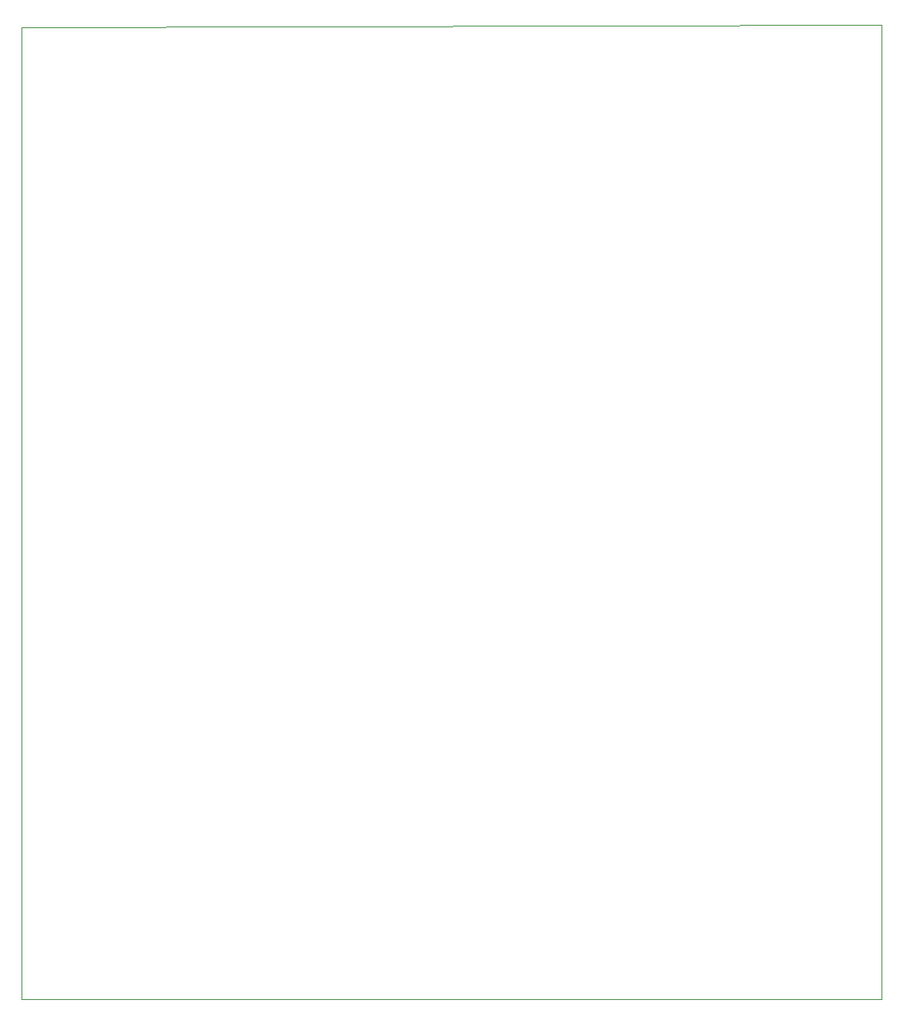
<source format=gbr>
G04*
G04 #@! TF.GenerationSoftware,Altium Limited,Altium Designer,22.4.2 (48)*
G04*
G04 Layer_Color=0*
%FSLAX44Y44*%
%MOMM*%
G71*
G04*
G04 #@! TF.SameCoordinates,69224164-BCDE-4545-B53B-617D96EECF20*
G04*
G04*
G04 #@! TF.FilePolarity,Positive*
G04*
G01*
G75*
%ADD45C,0.0254*%
D45*
X200660Y1206316D02*
X200660Y212090D01*
X1080770D01*
Y1209146D01*
X200660Y1206316D01*
M02*

</source>
